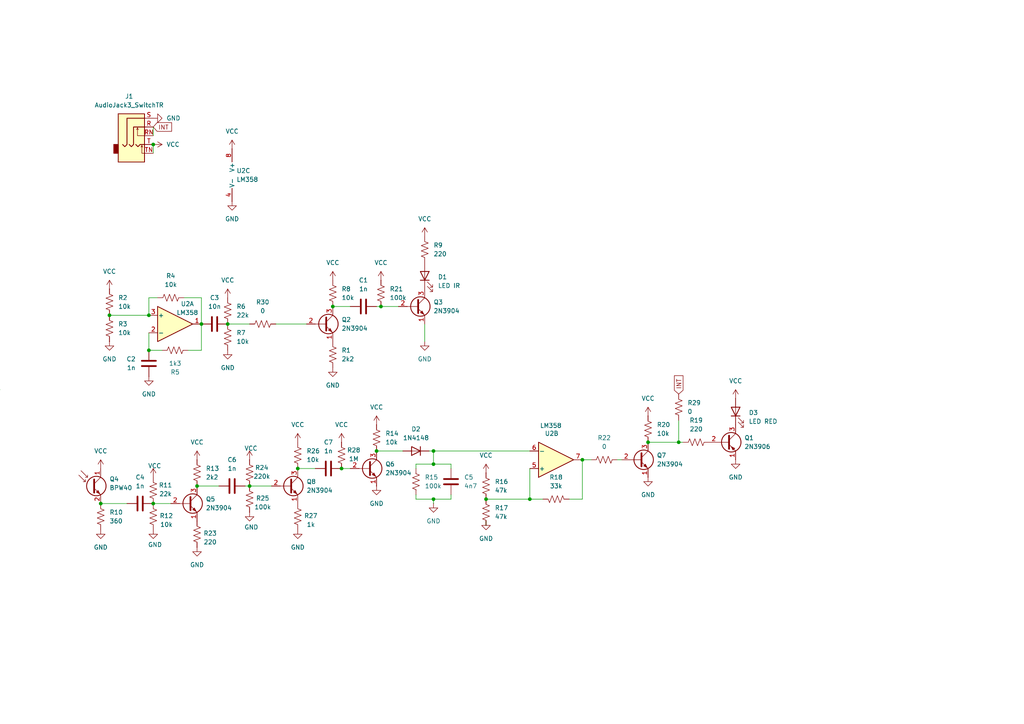
<source format=kicad_sch>
(kicad_sch (version 20250114) (generator "eeschema") (generator_version "9.0")
  (paper "A4")
  (lib_symbols
    (symbol "Amplifier_Operational:LM358" (pin_names (offset 0.127))
      (property "Reference" "U" (at 0 5.08 0))
      (property "Value" "LM358" (at 0 -5.08 0))
      (symbol "LM358_1_1"
        (polyline (pts (xy -5.08 5.08) (xy 5.08 0) (xy -5.08 -5.08) (xy -5.08 5.08)) (stroke (width 0.254)) (fill (type background)))
        (pin input line (at -7.62 2.54 0) (length 2.54) (name "+") (number "3"))
        (pin input line (at -7.62 -2.54 0) (length 2.54) (name "-") (number "2"))
        (pin output line (at 7.62 0 180) (length 2.54) (name "~") (number "1"))
      )
      (symbol "LM358_2_1"
        (polyline (pts (xy -5.08 5.08) (xy 5.08 0) (xy -5.08 -5.08) (xy -5.08 5.08)) (stroke (width 0.254)) (fill (type background)))
        (pin input line (at -7.62 2.54 0) (length 2.54) (name "+") (number "5"))
        (pin input line (at -7.62 -2.54 0) (length 2.54) (name "-") (number "6"))
        (pin output line (at 7.62 0 180) (length 2.54) (name "~") (number "7"))
      )
      (symbol "LM358_3_1"
        (pin power_in line (at -2.54 7.62 270) (length 3.81) (name "V+") (number "8"))
        (pin power_in line (at -2.54 -7.62 90) (length 3.81) (name "V-") (number "4"))
      )
    )
    (symbol "Connector_Audio:AudioJack3_SwitchTR"
      (property "Reference" "J" (at 0 8.89 0))
      (property "Value" "AudioJack3_SwitchTR" (at 0 6.35 0))
      (symbol "AudioJack3_SwitchTR_0_1"
        (rectangle (start -5.08 -5.08) (end -6.35 -7.62) (stroke (width 0.254)) (fill (type outline)))
        (polyline (pts (xy -1.905 -5.08) (xy -1.27 -5.715) (xy -0.635 -5.08) (xy -0.635 0) (xy 2.54 0)) (stroke (width 0.254)))
        (polyline (pts (xy 0 -5.08) (xy 0.635 -5.715) (xy 1.27 -5.08) (xy 2.54 -5.08)) (stroke (width 0.254)))
        (polyline (pts (xy 0.508 -0.254) (xy 0.762 -0.762)))
        (polyline (pts (xy 1.778 -5.334) (xy 2.032 -5.842)))
        (rectangle (start 2.54 3.81) (end -5.08 -10.16) (stroke (width 0.254)) (fill (type background)))
        (polyline (pts (xy 2.54 2.54) (xy -2.54 2.54) (xy -2.54 -5.08) (xy -3.175 -5.715) (xy -3.81 -5.08)) (stroke (width 0.254)))
        (polyline (pts (xy 2.54 -2.54) (xy 0.508 -2.54) (xy 0.508 -0.254) (xy 0.254 -0.762)))
        (polyline (pts (xy 2.54 -7.62) (xy 1.778 -7.62) (xy 1.778 -5.334) (xy 1.524 -5.842)))
      )
      (symbol "AudioJack3_SwitchTR_1_1"
        (pin passive line (at 5.08 2.54 180) (length 2.54) (name "~") (number "S"))
        (pin passive line (at 5.08 0 180) (length 2.54) (name "~") (number "R"))
        (pin passive line (at 5.08 -2.54 180) (length 2.54) (name "~") (number "RN"))
        (pin passive line (at 5.08 -5.08 180) (length 2.54) (name "~") (number "T"))
        (pin passive line (at 5.08 -7.62 180) (length 2.54) (name "~") (number "TN"))
      )
    )
    (symbol "Device:C" (pin_numbers (hide yes)) (pin_names (offset 0.254))
      (property "Reference" "C" (at 0.635 2.54 0))
      (property "Value" "C" (at 0.635 -2.54 0))
      (symbol "C_0_1"
        (polyline (pts (xy -2.032 0.762) (xy 2.032 0.762)) (stroke (width 0.508)))
        (polyline (pts (xy -2.032 -0.762) (xy 2.032 -0.762)) (stroke (width 0.508)))
      )
      (symbol "C_1_1"
        (pin passive line (at 0 3.81 270) (length 2.794) (name "~") (number "1"))
        (pin passive line (at 0 -3.81 90) (length 2.794) (name "~") (number "2"))
      )
    )
    (symbol "Device:LED" (pin_numbers (hide yes)) (pin_names (offset 1.016) (hide yes))
      (property "Reference" "D" (at 0 2.54 0))
      (property "Value" "LED" (at 0 -2.54 0))
      (symbol "LED_0_1"
        (polyline (pts (xy -3.048 -0.762) (xy -4.572 -2.286) (xy -3.81 -2.286) (xy -4.572 -2.286) (xy -4.572 -1.524)))
        (polyline (pts (xy -1.778 -0.762) (xy -3.302 -2.286) (xy -2.54 -2.286) (xy -3.302 -2.286) (xy -3.302 -1.524)))
        (polyline (pts (xy -1.27 0) (xy 1.27 0)))
        (polyline (pts (xy -1.27 -1.27) (xy -1.27 1.27)) (stroke (width 0.254)))
        (polyline (pts (xy 1.27 -1.27) (xy 1.27 1.27) (xy -1.27 0) (xy 1.27 -1.27)) (stroke (width 0.254)))
      )
      (symbol "LED_1_1"
        (pin passive line (at -3.81 0 0) (length 2.54) (name "K") (number "1"))
        (pin passive line (at 3.81 0 180) (length 2.54) (name "A") (number "2"))
      )
    )
    (symbol "Device:R_US" (pin_numbers (hide yes)) (pin_names (offset 0))
      (property "Reference" "R" (at 2.54 0 90))
      (property "Value" "R_US" (at -2.54 0 90))
      (symbol "R_US_0_1"
        (polyline (pts (xy 0 2.286) (xy 0 2.54)))
        (polyline (pts (xy 0 2.286) (xy 1.016 1.905) (xy 0 1.524) (xy -1.016 1.143) (xy 0 0.762)))
        (polyline (pts (xy 0 0.762) (xy 1.016 0.381) (xy 0 0) (xy -1.016 -0.381) (xy 0 -0.762)))
        (polyline (pts (xy 0 -0.762) (xy 1.016 -1.143) (xy 0 -1.524) (xy -1.016 -1.905) (xy 0 -2.286)))
        (polyline (pts (xy 0 -2.286) (xy 0 -2.54)))
      )
      (symbol "R_US_1_1"
        (pin passive line (at 0 3.81 270) (length 1.27) (name "~") (number "1"))
        (pin passive line (at 0 -3.81 90) (length 1.27) (name "~") (number "2"))
      )
    )
    (symbol "Diode:1N4148" (pin_numbers (hide yes)) (pin_names (hide yes))
      (property "Reference" "D" (at 0 2.54 0))
      (property "Value" "1N4148" (at 0 -2.54 0))
      (symbol "1N4148_0_1"
        (polyline (pts (xy -1.27 1.27) (xy -1.27 -1.27)) (stroke (width 0.254)))
        (polyline (pts (xy 1.27 1.27) (xy 1.27 -1.27) (xy -1.27 0) (xy 1.27 1.27)) (stroke (width 0.254)))
        (polyline (pts (xy 1.27 0) (xy -1.27 0)))
      )
      (symbol "1N4148_1_1"
        (pin passive line (at -3.81 0 0) (length 2.54) (name "K") (number "1"))
        (pin passive line (at 3.81 0 180) (length 2.54) (name "A") (number "2"))
      )
    )
    (symbol "Sensor_Optical:BPW40" (pin_names (offset 0) (hide yes))
      (property "Reference" "Q" (at 5.08 1.27 0))
      (property "Value" "BPW40" (at 5.08 -1.27 0))
      (symbol "BPW40_0_1"
        (polyline (pts (xy -3.81 3.175) (xy -1.905 1.27) (xy -1.905 1.905)))
        (polyline (pts (xy -3.175 4.445) (xy -1.27 2.54) (xy -1.27 3.175)))
        (polyline (pts (xy -1.905 1.27) (xy -2.54 1.27)))
        (polyline (pts (xy -1.27 2.54) (xy -1.905 2.54)))
        (polyline (pts (xy 0.635 1.905) (xy 0.635 -1.905)) (stroke (width 0.508)))
        (polyline (pts (xy 0.635 0.635) (xy 2.54 2.54)))
        (polyline (pts (xy 0.635 -0.635) (xy 2.54 -2.54)))
        (circle (center 1.27 0) (radius 2.8194) (stroke (width 0.254)))
        (polyline (pts (xy 1.27 -1.778) (xy 1.778 -1.27) (xy 2.286 -2.286) (xy 1.27 -1.778)) (fill (type outline)))
      )
      (symbol "BPW40_1_1"
        (pin passive line (at 2.54 5.08 270) (length 2.54) (name "C") (number "1"))
        (pin passive line (at 2.54 -5.08 90) (length 2.54) (name "E") (number "2"))
      )
    )
    (symbol "Transistor_BJT:2N3904" (pin_names (offset 0) (hide yes))
      (property "Reference" "Q" (at 5.08 1.905 0))
      (property "Value" "2N3904" (at 5.08 0 0))
      (symbol "2N3904_0_1"
        (polyline (pts (xy -2.54 0) (xy 0.635 0)))
        (polyline (pts (xy 0.635 1.905) (xy 0.635 -1.905)) (stroke (width 0.508)))
        (circle (center 1.27 0) (radius 2.8194) (stroke (width 0.254)))
      )
      (symbol "2N3904_1_1"
        (polyline (pts (xy 0.635 0.635) (xy 2.54 2.54)))
        (polyline (pts (xy 0.635 -0.635) (xy 2.54 -2.54)))
        (polyline (pts (xy 1.27 -1.778) (xy 1.778 -1.27) (xy 2.286 -2.286) (xy 1.27 -1.778)) (fill (type outline)))
        (pin input line (at -5.08 0 0) (length 2.54) (name "B") (number "2"))
        (pin passive line (at 2.54 5.08 270) (length 2.54) (name "C") (number "3"))
        (pin passive line (at 2.54 -5.08 90) (length 2.54) (name "E") (number "1"))
      )
    )
    (symbol "Transistor_BJT:2N3906" (pin_names (offset 0) (hide yes))
      (property "Reference" "Q" (at 5.08 1.905 0))
      (property "Value" "2N3906" (at 5.08 0 0))
      (symbol "2N3906_0_1"
        (polyline (pts (xy -2.54 0) (xy 0.635 0)))
        (polyline (pts (xy 0.635 1.905) (xy 0.635 -1.905)) (stroke (width 0.508)))
        (polyline (pts (xy 0.635 0.635) (xy 2.54 2.54)))
        (polyline (pts (xy 0.635 -0.635) (xy 2.54 -2.54)))
        (circle (center 1.27 0) (radius 2.8194) (stroke (width 0.254)))
        (polyline (pts (xy 2.286 -1.778) (xy 1.778 -2.286) (xy 1.27 -1.27) (xy 2.286 -1.778)) (fill (type outline)))
      )
      (symbol "2N3906_1_1"
        (pin input line (at -5.08 0 0) (length 2.54) (name "B") (number "2"))
        (pin passive line (at 2.54 5.08 270) (length 2.54) (name "C") (number "3"))
        (pin passive line (at 2.54 -5.08 90) (length 2.54) (name "E") (number "1"))
      )
    )
    (symbol "power:GND" (power) (pin_numbers (hide yes)) (pin_names (offset 0) (hide yes))
      (property "Value" "GND" (at 0 -3.81 0))
      (symbol "GND_0_1"
        (polyline (pts (xy 0 0) (xy 0 -1.27) (xy 1.27 -1.27) (xy 0 -2.54) (xy -1.27 -1.27) (xy 0 -1.27)))
      )
      (symbol "GND_1_1"
        (pin power_in line (at 0 0 270) (length 0) (name "~") (number "1"))
      )
    )
    (symbol "power:VCC" (power) (pin_numbers (hide yes)) (pin_names (offset 0) (hide yes))
      (property "Value" "VCC" (at 0 3.556 0))
      (symbol "VCC_0_1"
        (polyline (pts (xy -0.762 1.27) (xy 0 2.54)))
        (polyline (pts (xy 0 2.54) (xy 0.762 1.27)))
        (polyline (pts (xy 0 0) (xy 0 2.54)))
      )
      (symbol "VCC_1_1"
        (pin power_in line (at 0 0 90) (length 0) (name "~") (number "1"))
      )
    )
  )
  (junction (at 44.45 41.91))
  (junction (at 109.22 130.81))
  (junction (at 31.75 91.44))
  (junction (at 196.85 128.27))
  (junction (at 29.21 146.05))
  (junction (at 43.18 101.6))
  (junction (at 43.18 91.44))
  (junction (at 110.49 88.9))
  (junction (at 58.42 93.98))
  (junction (at 187.96 128.27))
  (junction (at 99.06 135.89))
  (junction (at 125.73 134.62))
  (junction (at 72.39 140.97))
  (junction (at 57.15 140.97))
  (junction (at 125.73 130.81))
  (junction (at 153.67 144.78))
  (junction (at 168.91 133.35))
  (junction (at 125.73 144.78))
  (junction (at 86.36 135.89))
  (junction (at 96.52 88.9))
  (junction (at 44.45 146.05))
  (junction (at 140.97 144.78))
  (junction (at 66.04 93.98))
  (bus_entry (at -2.54 110.49) (size 2.54 2.54))
  (wire (pts (xy 43.18 96.52) (xy 43.18 101.6)))
  (wire (pts (xy 187.96 128.27) (xy 196.85 128.27)))
  (wire (pts (xy 44.45 36.83) (xy 44.45 39.37)))
  (wire (pts (xy 196.85 121.92) (xy 196.85 128.27)))
  (wire (pts (xy 120.65 144.78) (xy 125.73 144.78)))
  (wire (pts (xy 80.01 93.98) (xy 88.9 93.98)))
  (wire (pts (xy 36.83 146.05) (xy 29.21 146.05)))
  (wire (pts (xy 153.67 135.89) (xy 153.67 144.78)))
  (wire (pts (xy 99.06 135.89) (xy 101.6 135.89)))
  (wire (pts (xy 110.49 88.9) (xy 115.57 88.9)))
  (wire (pts (xy 91.44 135.89) (xy 86.36 135.89)))
  (wire (pts (xy 120.65 134.62) (xy 125.73 134.62)))
  (wire (pts (xy 168.91 133.35) (xy 168.91 144.78)))
  (wire (pts (xy 120.65 135.89) (xy 120.65 134.62)))
  (wire (pts (xy 153.67 144.78) (xy 157.48 144.78)))
  (wire (pts (xy 71.12 140.97) (xy 72.39 140.97)))
  (wire (pts (xy 66.04 93.98) (xy 72.39 93.98)))
  (wire (pts (xy 45.72 86.36) (xy 43.18 86.36)))
  (wire (pts (xy 120.65 143.51) (xy 120.65 144.78)))
  (wire (pts (xy 44.45 41.91) (xy 44.45 44.45)))
  (wire (pts (xy 57.15 140.97) (xy 63.5 140.97)))
  (wire (pts (xy 180.34 133.35) (xy 179.07 133.35)))
  (wire (pts (xy 58.42 86.36) (xy 58.42 93.98)))
  (wire (pts (xy 125.73 144.78) (xy 130.81 144.78)))
  (wire (pts (xy 72.39 140.97) (xy 78.74 140.97)))
  (wire (pts (xy 58.42 101.6) (xy 58.42 93.98)))
  (wire (pts (xy 130.81 135.89) (xy 130.81 134.62)))
  (wire (pts (xy 130.81 144.78) (xy 130.81 143.51)))
  (wire (pts (xy 109.22 88.9) (xy 110.49 88.9)))
  (wire (pts (xy 31.75 91.44) (xy 43.18 91.44)))
  (wire (pts (xy 43.18 86.36) (xy 43.18 91.44)))
  (wire (pts (xy 54.61 101.6) (xy 58.42 101.6)))
  (wire (pts (xy 140.97 152.4) (xy 140.97 151.13)))
  (wire (pts (xy 96.52 88.9) (xy 101.6 88.9)))
  (wire (pts (xy 43.18 101.6) (xy 46.99 101.6)))
  (wire (pts (xy 130.81 134.62) (xy 125.73 134.62)))
  (wire (pts (xy 123.19 99.06) (xy 123.19 93.98)))
  (wire (pts (xy 44.45 146.05) (xy 49.53 146.05)))
  (wire (pts (xy 125.73 146.05) (xy 125.73 144.78)))
  (wire (pts (xy 125.73 134.62) (xy 125.73 130.81)))
  (wire (pts (xy 124.46 130.81) (xy 125.73 130.81)))
  (wire (pts (xy 116.84 130.81) (xy 109.22 130.81)))
  (wire (pts (xy 53.34 86.36) (xy 58.42 86.36)))
  (wire (pts (xy 171.45 133.35) (xy 168.91 133.35)))
  (wire (pts (xy 153.67 130.81) (xy 125.73 130.81)))
  (wire (pts (xy 168.91 144.78) (xy 165.1 144.78)))
  (wire (pts (xy 140.97 144.78) (xy 153.67 144.78)))
  (wire (pts (xy 196.85 128.27) (xy 198.12 128.27)))
  (global_label "INT" (shape input) (at 196.85 114.3 90) (property "Intersheetrefs" "${INTERSHEET_REFS}" (effects (hide yes))))
  (global_label "INT" (shape input) (at 44.45 36.83 0) (property "Intersheetrefs" "${INTERSHEET_REFS}" (effects (hide yes))))
  (symbol (lib_id "power:GND") (at 44.45 34.29 90) (unit 1)
    (property "Reference" "#PWR01" (effects (hide yes)))
    (property "Value" "GND" (at 48.26 34.2899 90) (effects (justify right)))
    (property "Description" "Power symbol creates a global label with name \"GND\" , ground" (effects (hide yes)))
  )
  (symbol (lib_id "power:VCC") (at 67.31 43.18 0) (unit 1)
    (property "Reference" "#PWR05" (effects (hide yes)))
    (property "Value" "VCC" (at 67.31 38.1 0))
    (property "Description" "Power symbol creates a global label with name \"VCC\"" (effects (hide yes)))
  )
  (symbol (lib_id "Device:R_US") (at 72.39 144.78 180) (unit 1)
    (property "Reference" "R25" (at 76.2 144.526 0))
    (property "Value" "100k" (at 76.2 147.066 0))
    (property "Footprint" "Resistor_THT:R_Axial_DIN0207_L6.3mm_D2.5mm_P2.54mm_Vertical" (effects (hide yes)))
    (property "Description" "Resistor, US symbol" (effects (hide yes)))
  )
  (symbol (lib_id "Device:C") (at 43.18 105.41 0) (unit 1)
    (property "Reference" "C2" (at 39.37 104.1399 0) (effects (justify right)))
    (property "Value" "1n" (at 39.37 106.6799 0) (effects (justify right)))
    (property "Footprint" "Capacitor_THT:C_Rect_L7.2mm_W2.5mm_P5.00mm_FKS2_FKP2_MKS2_MKP2" (effects (hide yes)))
    (property "Description" "Unpolarized capacitor" (effects (hide yes)))
  )
  (symbol (lib_id "Transistor_BJT:2N3904") (at 106.68 135.89 0) (unit 1)
    (property "Reference" "Q6" (at 111.76 134.6199 0) (effects (justify left)))
    (property "Value" "2N3904" (at 111.76 137.1599 0) (effects (justify left)))
    (property "Footprint" "Package_TO_SOT_THT:TO-92_Inline_Wide" (effects (hide yes)))
    (property "Datasheet" "https://www.onsemi.com/pub/Collateral/2N3903-D.PDF" (effects (hide yes)))
    (property "Description" "0.2A Ic, 40V Vce, Small Signal NPN Transistor, TO-92" (effects (hide yes)))
  )
  (symbol (lib_id "Device:C") (at 95.25 135.89 90) (unit 1)
    (property "Reference" "C7" (at 95.25 128.27 90))
    (property "Value" "1n" (at 95.25 130.81 90))
    (property "Footprint" "Capacitor_THT:C_Rect_L7.2mm_W2.5mm_P5.00mm_FKS2_FKP2_MKS2_MKP2" (effects (hide yes)))
    (property "Description" "Unpolarized capacitor" (effects (hide yes)))
  )
  (symbol (lib_id "Device:R_US") (at 140.97 148.59 0) (unit 1)
    (property "Reference" "R17" (at 143.51 147.3199 0) (effects (justify left)))
    (property "Value" "47k" (at 143.51 149.8599 0) (effects (justify left)))
    (property "Footprint" "Resistor_THT:R_Axial_DIN0207_L6.3mm_D2.5mm_P5.08mm_Vertical" (effects (hide yes)))
    (property "Description" "Resistor, US symbol" (effects (hide yes)))
  )
  (symbol (lib_id "power:VCC") (at 29.21 135.89 0) (unit 1)
    (property "Reference" "#PWR016" (effects (hide yes)))
    (property "Value" "VCC" (at 29.21 130.81 0))
    (property "Description" "Power symbol creates a global label with name \"VCC\"" (effects (hide yes)))
  )
  (symbol (lib_id "Device:R_US") (at 187.96 124.46 0) (unit 1)
    (property "Reference" "R20" (at 190.5 123.1899 0) (effects (justify left)))
    (property "Value" "10k" (at 190.5 125.7299 0) (effects (justify left)))
    (property "Footprint" "Resistor_THT:R_Axial_DIN0207_L6.3mm_D2.5mm_P10.16mm_Horizontal" (effects (hide yes)))
    (property "Description" "Resistor, US symbol" (effects (hide yes)))
  )
  (symbol (lib_id "power:GND") (at 29.21 153.67 0) (unit 1)
    (property "Reference" "#PWR017" (effects (hide yes)))
    (property "Value" "GND" (at 29.21 158.75 0))
    (property "Description" "Power symbol creates a global label with name \"GND\" , ground" (effects (hide yes)))
  )
  (symbol (lib_id "Device:R_US") (at 109.22 127 0) (unit 1)
    (property "Reference" "R14" (at 111.76 125.7299 0) (effects (justify left)))
    (property "Value" "10k" (at 111.76 128.2699 0) (effects (justify left)))
    (property "Footprint" "Resistor_THT:R_Axial_DIN0207_L6.3mm_D2.5mm_P2.54mm_Vertical" (effects (hide yes)))
    (property "Description" "Resistor, US symbol" (effects (hide yes)))
  )
  (symbol (lib_id "Device:R_US") (at 123.19 72.39 0) (unit 1)
    (property "Reference" "R9" (at 125.73 71.1199 0) (effects (justify left)))
    (property "Value" "220" (at 125.73 73.6599 0) (effects (justify left)))
    (property "Footprint" "Resistor_THT:R_Axial_DIN0207_L6.3mm_D2.5mm_P10.16mm_Horizontal" (effects (hide yes)))
    (property "Description" "Resistor, US symbol" (effects (hide yes)))
  )
  (symbol (lib_id "Device:LED") (at 123.19 80.01 90) (unit 1)
    (property "Reference" "D1" (at 127 80.3274 90) (effects (justify right)))
    (property "Value" "LED IR" (at 127 82.8674 90) (effects (justify right)))
    (property "Footprint" "LED_THT:LED_D5.0mm_Horizontal_O3.81mm_Z3.0mm" (effects (hide yes)))
    (property "Description" "Light emitting diode" (effects (hide yes)))
    (property "Sim.Pins" "1=K 2=A" (effects (hide yes)))
  )
  (symbol (lib_id "Device:R_US") (at 57.15 137.16 0) (unit 1)
    (property "Reference" "R13" (at 59.69 135.8899 0) (effects (justify left)))
    (property "Value" "2k2" (at 59.69 138.4299 0) (effects (justify left)))
    (property "Footprint" "Resistor_THT:R_Axial_DIN0207_L6.3mm_D2.5mm_P2.54mm_Vertical" (effects (hide yes)))
    (property "Description" "Resistor, US symbol" (effects (hide yes)))
  )
  (symbol (lib_id "Device:C") (at 62.23 93.98 90) (unit 1)
    (property "Reference" "C3" (at 62.23 86.36 90))
    (property "Value" "10n" (at 62.23 88.9 90))
    (property "Footprint" "Capacitor_THT:C_Rect_L7.2mm_W2.5mm_P5.00mm_FKS2_FKP2_MKS2_MKP2" (effects (hide yes)))
    (property "Description" "Unpolarized capacitor" (effects (hide yes)))
  )
  (symbol (lib_id "Transistor_BJT:2N3904") (at 93.98 93.98 0) (unit 1)
    (property "Reference" "Q2" (at 99.06 92.7099 0) (effects (justify left)))
    (property "Value" "2N3904" (at 99.06 95.2499 0) (effects (justify left)))
    (property "Footprint" "Package_TO_SOT_THT:TO-92_Inline_Wide" (effects (hide yes)))
    (property "Datasheet" "https://www.onsemi.com/pub/Collateral/2N3903-D.PDF" (effects (hide yes)))
    (property "Description" "0.2A Ic, 40V Vce, Small Signal NPN Transistor, TO-92" (effects (hide yes)))
  )
  (symbol (lib_id "Device:R_US") (at 140.97 140.97 180) (unit 1)
    (property "Reference" "R16" (at 143.51 139.6999 0) (effects (justify right)))
    (property "Value" "47k" (at 143.51 142.2399 0) (effects (justify right)))
    (property "Footprint" "Resistor_THT:R_Axial_DIN0207_L6.3mm_D2.5mm_P5.08mm_Vertical" (effects (hide yes)))
    (property "Description" "Resistor, US symbol" (effects (hide yes)))
  )
  (symbol (lib_id "power:GND") (at 31.75 99.06 0) (unit 1)
    (property "Reference" "#PWR08" (effects (hide yes)))
    (property "Value" "GND" (at 31.75 104.14 0))
    (property "Description" "Power symbol creates a global label with name \"GND\" , ground" (effects (hide yes)))
  )
  (symbol (lib_id "power:VCC") (at 140.97 137.16 0) (unit 1)
    (property "Reference" "#PWR025" (effects (hide yes)))
    (property "Value" "VCC" (at 140.97 132.08 0))
    (property "Description" "Power symbol creates a global label with name \"VCC\"" (effects (hide yes)))
  )
  (symbol (lib_id "Device:R_US") (at 66.04 90.17 0) (unit 1)
    (property "Reference" "R6" (at 68.58 88.8999 0) (effects (justify left)))
    (property "Value" "22k" (at 68.58 91.4399 0) (effects (justify left)))
    (property "Footprint" "Resistor_THT:R_Axial_DIN0207_L6.3mm_D2.5mm_P10.16mm_Horizontal" (effects (hide yes)))
    (property "Description" "Resistor, US symbol" (effects (hide yes)))
  )
  (symbol (lib_id "power:GND") (at 44.45 153.67 0) (unit 1)
    (property "Reference" "#PWR019" (effects (hide yes)))
    (property "Value" "GND" (at 44.958 157.988 0))
    (property "Description" "Power symbol creates a global label with name \"GND\" , ground" (effects (hide yes)))
  )
  (symbol (lib_id "power:GND") (at 125.73 146.05 0) (unit 1)
    (property "Reference" "#PWR024" (effects (hide yes)))
    (property "Value" "GND" (at 125.73 151.13 0))
    (property "Description" "Power symbol creates a global label with name \"GND\" , ground" (effects (hide yes)))
  )
  (symbol (lib_id "Device:R_US") (at 201.93 128.27 90) (unit 1)
    (property "Reference" "R19" (at 201.93 121.92 90))
    (property "Value" "220" (at 201.93 124.46 90))
    (property "Footprint" "Resistor_THT:R_Axial_DIN0207_L6.3mm_D2.5mm_P7.62mm_Horizontal" (effects (hide yes)))
    (property "Description" "Resistor, US symbol" (effects (hide yes)))
  )
  (symbol (lib_id "power:GND") (at 43.18 109.22 0) (unit 1)
    (property "Reference" "#PWR09" (effects (hide yes)))
    (property "Value" "GND" (at 43.18 114.3 0))
    (property "Description" "Power symbol creates a global label with name \"GND\" , ground" (effects (hide yes)))
  )
  (symbol (lib_id "power:VCC") (at 123.19 68.58 0) (unit 1)
    (property "Reference" "#PWR015" (effects (hide yes)))
    (property "Value" "VCC" (at 123.19 63.5 0))
    (property "Description" "Power symbol creates a global label with name \"VCC\"" (effects (hide yes)))
  )
  (symbol (lib_id "Amplifier_Operational:LM358") (at 161.29 133.35 0) (mirror x) (unit 2)
    (property "Reference" "U2" (at 160.02 125.73 0))
    (property "Value" "LM358" (at 159.766 123.444 0))
    (property "Footprint" "Package_DIP:DIP-8_W7.62mm_Socket_LongPads" (effects (hide yes)))
    (property "Datasheet" "http://www.ti.com/lit/ds/symlink/lm2904-n.pdf" (effects (hide yes)))
    (property "Description" "Low-Power, Dual Operational Amplifiers, DIP-8/SOIC-8/TO-99-8" (effects (hide yes)))
  )
  (symbol (lib_id "power:VCC") (at 44.45 41.91 270) (unit 1)
    (property "Reference" "#PWR02" (effects (hide yes)))
    (property "Value" "VCC" (at 48.26 41.9099 90) (effects (justify left)))
    (property "Description" "Power symbol creates a global label with name \"VCC\"" (effects (hide yes)))
  )
  (symbol (lib_id "Device:R_US") (at 31.75 87.63 0) (unit 1)
    (property "Reference" "R2" (at 34.29 86.3599 0) (effects (justify left)))
    (property "Value" "10k" (at 34.29 88.8999 0) (effects (justify left)))
    (property "Footprint" "Resistor_THT:R_Axial_DIN0207_L6.3mm_D2.5mm_P10.16mm_Horizontal" (effects (hide yes)))
    (property "Description" "Resistor, US symbol" (effects (hide yes)))
  )
  (symbol (lib_id "power:GND") (at 67.31 58.42 0) (unit 1)
    (property "Reference" "#PWR06" (effects (hide yes)))
    (property "Value" "GND" (at 67.31 63.5 0))
    (property "Description" "Power symbol creates a global label with name \"GND\" , ground" (effects (hide yes)))
  )
  (symbol (lib_id "Device:R_US") (at 57.15 154.94 180) (unit 1)
    (property "Reference" "R23" (at 60.96 154.686 0))
    (property "Value" "220" (at 60.96 157.226 0))
    (property "Footprint" "Resistor_THT:R_Axial_DIN0207_L6.3mm_D2.5mm_P2.54mm_Vertical" (effects (hide yes)))
    (property "Description" "Resistor, US symbol" (effects (hide yes)))
  )
  (symbol (lib_id "Device:R_US") (at 161.29 144.78 90) (mirror x) (unit 1)
    (property "Reference" "R18" (at 161.29 138.43 90))
    (property "Value" "33k" (at 161.29 140.97 90))
    (property "Footprint" "Resistor_THT:R_Axial_DIN0207_L6.3mm_D2.5mm_P5.08mm_Vertical" (effects (hide yes)))
    (property "Description" "Resistor, US symbol" (effects (hide yes)))
  )
  (symbol (lib_id "Device:R_US") (at 110.49 85.09 0) (unit 1)
    (property "Reference" "R21" (at 113.03 83.8199 0) (effects (justify left)))
    (property "Value" "100k" (at 113.03 86.3599 0) (effects (justify left)))
    (property "Footprint" "Resistor_THT:R_Axial_DIN0207_L6.3mm_D2.5mm_P5.08mm_Vertical" (effects (hide yes)))
    (property "Description" "Resistor, US symbol" (effects (hide yes)))
  )
  (symbol (lib_id "power:GND") (at 213.36 133.35 0) (unit 1)
    (property "Reference" "#PWR028" (effects (hide yes)))
    (property "Value" "GND" (at 213.36 138.43 0))
    (property "Description" "Power symbol creates a global label with name \"GND\" , ground" (effects (hide yes)))
  )
  (symbol (lib_id "Transistor_BJT:2N3904") (at 185.42 133.35 0) (unit 1)
    (property "Reference" "Q7" (at 190.5 132.0799 0) (effects (justify left)))
    (property "Value" "2N3904" (at 190.5 134.6199 0) (effects (justify left)))
    (property "Footprint" "Package_TO_SOT_THT:TO-92_Inline_Wide" (effects (hide yes)))
    (property "Datasheet" "https://www.onsemi.com/pub/Collateral/2N3903-D.PDF" (effects (hide yes)))
    (property "Description" "0.2A Ic, 40V Vce, Small Signal NPN Transistor, TO-92" (effects (hide yes)))
  )
  (symbol (lib_id "power:VCC") (at 187.96 120.65 0) (unit 1)
    (property "Reference" "#PWR027" (effects (hide yes)))
    (property "Value" "VCC" (at 187.96 115.57 0))
    (property "Description" "Power symbol creates a global label with name \"VCC\"" (effects (hide yes)))
  )
  (symbol (lib_id "power:GND") (at 72.39 148.59 0) (unit 1)
    (property "Reference" "#PWR032" (effects (hide yes)))
    (property "Value" "GND" (at 72.898 152.908 0))
    (property "Description" "Power symbol creates a global label with name \"GND\" , ground" (effects (hide yes)))
  )
  (symbol (lib_id "power:VCC") (at 110.49 81.28 0) (unit 1)
    (property "Reference" "#PWR030" (effects (hide yes)))
    (property "Value" "VCC" (at 110.49 76.2 0))
    (property "Description" "Power symbol creates a global label with name \"VCC\"" (effects (hide yes)))
  )
  (symbol (lib_id "power:VCC") (at 44.45 138.43 0) (unit 1)
    (property "Reference" "#PWR018" (effects (hide yes)))
    (property "Value" "VCC" (at 42.926 135.128 0) (effects (justify left)))
    (property "Description" "Power symbol creates a global label with name \"VCC\"" (effects (hide yes)))
  )
  (symbol (lib_id "power:VCC") (at 72.39 133.35 0) (unit 1)
    (property "Reference" "#PWR031" (effects (hide yes)))
    (property "Value" "VCC" (at 70.866 130.048 0) (effects (justify left)))
    (property "Description" "Power symbol creates a global label with name \"VCC\"" (effects (hide yes)))
  )
  (symbol (lib_id "Device:R_US") (at 86.36 132.08 0) (unit 1)
    (property "Reference" "R26" (at 88.9 130.8099 0) (effects (justify left)))
    (property "Value" "10k" (at 88.9 133.3499 0) (effects (justify left)))
    (property "Footprint" "Resistor_THT:R_Axial_DIN0207_L6.3mm_D2.5mm_P2.54mm_Vertical" (effects (hide yes)))
    (property "Description" "Resistor, US symbol" (effects (hide yes)))
  )
  (symbol (lib_id "power:VCC") (at 57.15 133.35 0) (unit 1)
    (property "Reference" "#PWR020" (effects (hide yes)))
    (property "Value" "VCC" (at 57.15 128.27 0))
    (property "Description" "Power symbol creates a global label with name \"VCC\"" (effects (hide yes)))
  )
  (symbol (lib_id "Device:R_US") (at 99.06 132.08 0) (unit 1)
    (property "Reference" "R28" (at 102.616 130.556 0))
    (property "Value" "1M" (at 102.616 133.096 0))
    (property "Footprint" "Resistor_THT:R_Axial_DIN0207_L6.3mm_D2.5mm_P2.54mm_Vertical" (effects (hide yes)))
    (property "Description" "Resistor, US symbol" (effects (hide yes)))
  )
  (symbol (lib_id "Device:R_US") (at 196.85 118.11 0) (unit 1)
    (property "Reference" "R29" (at 199.39 116.8399 0) (effects (justify left)))
    (property "Value" "0" (at 199.39 119.3799 0) (effects (justify left)))
    (property "Footprint" "Resistor_THT:R_Axial_DIN0207_L6.3mm_D2.5mm_P10.16mm_Horizontal" (effects (hide yes)))
    (property "Description" "Resistor, US symbol" (effects (hide yes)))
  )
  (symbol (lib_id "Transistor_BJT:2N3904") (at 83.82 140.97 0) (unit 1)
    (property "Reference" "Q8" (at 88.9 139.6999 0) (effects (justify left)))
    (property "Value" "2N3904" (at 88.9 142.2399 0) (effects (justify left)))
    (property "Footprint" "Package_TO_SOT_THT:TO-92_Inline_Wide" (effects (hide yes)))
    (property "Datasheet" "https://www.onsemi.com/pub/Collateral/2N3903-D.PDF" (effects (hide yes)))
    (property "Description" "0.2A Ic, 40V Vce, Small Signal NPN Transistor, TO-92" (effects (hide yes)))
  )
  (symbol (lib_id "Device:R_US") (at 31.75 95.25 0) (unit 1)
    (property "Reference" "R3" (at 34.29 93.9799 0) (effects (justify left)))
    (property "Value" "10k" (at 34.29 96.5199 0) (effects (justify left)))
    (property "Footprint" "Resistor_THT:R_Axial_DIN0207_L6.3mm_D2.5mm_P10.16mm_Horizontal" (effects (hide yes)))
    (property "Description" "Resistor, US symbol" (effects (hide yes)))
  )
  (symbol (lib_id "Transistor_BJT:2N3904") (at 54.61 146.05 0) (unit 1)
    (property "Reference" "Q5" (at 59.69 144.7799 0) (effects (justify left)))
    (property "Value" "2N3904" (at 59.69 147.3199 0) (effects (justify left)))
    (property "Footprint" "Package_TO_SOT_THT:TO-92_Inline_Wide" (effects (hide yes)))
    (property "Datasheet" "https://www.onsemi.com/pub/Collateral/2N3903-D.PDF" (effects (hide yes)))
    (property "Description" "0.2A Ic, 40V Vce, Small Signal NPN Transistor, TO-92" (effects (hide yes)))
  )
  (symbol (lib_id "power:VCC") (at 96.52 81.28 0) (unit 1)
    (property "Reference" "#PWR014" (effects (hide yes)))
    (property "Value" "VCC" (at 96.52 76.2 0))
    (property "Description" "Power symbol creates a global label with name \"VCC\"" (effects (hide yes)))
  )
  (symbol (lib_id "Amplifier_Operational:LM358") (at 50.8 93.98 0) (unit 1)
    (property "Reference" "U2" (at 54.356 88.138 0))
    (property "Value" "LM358" (at 54.356 90.678 0))
    (property "Footprint" "Package_DIP:DIP-8_W7.62mm_Socket_LongPads" (effects (hide yes)))
    (property "Datasheet" "http://www.ti.com/lit/ds/symlink/lm2904-n.pdf" (effects (hide yes)))
    (property "Description" "Low-Power, Dual Operational Amplifiers, DIP-8/SOIC-8/TO-99-8" (effects (hide yes)))
  )
  (symbol (lib_id "Device:C") (at 40.64 146.05 90) (unit 1)
    (property "Reference" "C4" (at 40.64 138.43 90))
    (property "Value" "1n" (at 40.64 140.97 90))
    (property "Footprint" "Capacitor_THT:C_Rect_L7.2mm_W2.5mm_P5.00mm_FKS2_FKP2_MKS2_MKP2" (effects (hide yes)))
    (property "Description" "Unpolarized capacitor" (effects (hide yes)))
  )
  (symbol (lib_id "Transistor_BJT:2N3904") (at 120.65 88.9 0) (unit 1)
    (property "Reference" "Q3" (at 125.73 87.6299 0) (effects (justify left)))
    (property "Value" "2N3904" (at 125.73 90.1699 0) (effects (justify left)))
    (property "Footprint" "Package_TO_SOT_THT:TO-92_Inline_Wide" (effects (hide yes)))
    (property "Datasheet" "https://www.onsemi.com/pub/Collateral/2N3903-D.PDF" (effects (hide yes)))
    (property "Description" "0.2A Ic, 40V Vce, Small Signal NPN Transistor, TO-92" (effects (hide yes)))
  )
  (symbol (lib_id "Transistor_BJT:2N3906") (at 210.82 128.27 0) (unit 1)
    (property "Reference" "Q1" (at 215.9 126.9999 0) (effects (justify left)))
    (property "Value" "2N3906" (at 215.9 129.5399 0) (effects (justify left)))
    (property "Footprint" "Package_TO_SOT_THT:TO-92_Inline_Wide" (effects (hide yes)))
    (property "Datasheet" "https://www.onsemi.com/pub/Collateral/2N3906-D.PDF" (effects (hide yes)))
    (property "Description" "-0.2A Ic, -40V Vce, Small Signal PNP Transistor, TO-92" (effects (hide yes)))
  )
  (symbol (lib_id "Diode:1N4148") (at 120.65 130.81 180) (unit 1)
    (property "Reference" "D2" (at 120.65 124.46 0))
    (property "Value" "1N4148" (at 120.65 127 0))
    (property "Footprint" "Diode_THT:D_DO-35_SOD27_P2.54mm_Vertical_AnodeUp" (effects (hide yes)))
    (property "Datasheet" "https://assets.nexperia.com/documents/data-sheet/1N4148_1N4448.pdf" (effects (hide yes)))
    (property "Description" "100V 0.15A standard switching diode, DO-35" (effects (hide yes)))
    (property "Sim.Device" "D" (effects (hide yes)))
    (property "Sim.Pins" "1=K 2=A" (effects (hide yes)))
  )
  (symbol (lib_id "power:GND") (at 140.97 151.13 0) (unit 1)
    (property "Reference" "#PWR026" (effects (hide yes)))
    (property "Value" "GND" (at 140.97 156.21 0))
    (property "Description" "Power symbol creates a global label with name \"GND\" , ground" (effects (hide yes)))
  )
  (symbol (lib_id "Device:R_US") (at 44.45 142.24 0) (unit 1)
    (property "Reference" "R11" (at 48.006 140.716 0))
    (property "Value" "22k" (at 48.006 143.256 0))
    (property "Footprint" "Resistor_THT:R_Axial_DIN0207_L6.3mm_D2.5mm_P2.54mm_Vertical" (effects (hide yes)))
    (property "Description" "Resistor, US symbol" (effects (hide yes)))
  )
  (symbol (lib_id "Device:C") (at 130.81 139.7 180) (unit 1)
    (property "Reference" "C5" (at 134.62 138.4299 0) (effects (justify right)))
    (property "Value" "4n7" (at 134.62 140.9699 0) (effects (justify right)))
    (property "Footprint" "Capacitor_THT:C_Rect_L7.2mm_W2.5mm_P5.00mm_FKS2_FKP2_MKS2_MKP2" (effects (hide yes)))
    (property "Description" "Unpolarized capacitor" (effects (hide yes)))
  )
  (symbol (lib_id "power:GND") (at 187.96 138.43 0) (unit 1)
    (property "Reference" "#PWR03" (effects (hide yes)))
    (property "Value" "GND" (at 187.96 143.51 0))
    (property "Description" "Power symbol creates a global label with name \"GND\" , ground" (effects (hide yes)))
  )
  (symbol (lib_id "power:GND") (at 123.19 99.06 0) (unit 1)
    (property "Reference" "#PWR013" (effects (hide yes)))
    (property "Value" "GND" (at 123.19 104.14 0))
    (property "Description" "Power symbol creates a global label with name \"GND\" , ground" (effects (hide yes)))
  )
  (symbol (lib_id "Device:R_US") (at 29.21 149.86 0) (unit 1)
    (property "Reference" "R10" (at 31.75 148.5899 0) (effects (justify left)))
    (property "Value" "360" (at 31.75 151.1299 0) (effects (justify left)))
    (property "Footprint" "Resistor_THT:R_Axial_DIN0207_L6.3mm_D2.5mm_P5.08mm_Vertical" (effects (hide yes)))
    (property "Description" "Resistor, US symbol" (effects (hide yes)))
  )
  (symbol (lib_id "Device:R_US") (at 86.36 149.86 180) (unit 1)
    (property "Reference" "R27" (at 90.17 149.606 0))
    (property "Value" "1k" (at 90.17 152.146 0))
    (property "Footprint" "Resistor_THT:R_Axial_DIN0207_L6.3mm_D2.5mm_P2.54mm_Vertical" (effects (hide yes)))
    (property "Description" "Resistor, US symbol" (effects (hide yes)))
  )
  (symbol (lib_id "Device:R_US") (at 96.52 102.87 0) (unit 1)
    (property "Reference" "R1" (at 99.06 101.5999 0) (effects (justify left)))
    (property "Value" "2k2" (at 99.06 104.1399 0) (effects (justify left)))
    (property "Footprint" "Resistor_THT:R_Axial_DIN0207_L6.3mm_D2.5mm_P7.62mm_Horizontal" (effects (hide yes)))
    (property "Description" "Resistor, US symbol" (effects (hide yes)))
  )
  (symbol (lib_id "Device:R_US") (at 49.53 86.36 90) (unit 1)
    (property "Reference" "R4" (at 49.53 80.01 90))
    (property "Value" "10k" (at 49.53 82.55 90))
    (property "Footprint" "Resistor_THT:R_Axial_DIN0207_L6.3mm_D2.5mm_P5.08mm_Vertical" (effects (hide yes)))
    (property "Description" "Resistor, US symbol" (effects (hide yes)))
  )
  (symbol (lib_id "Device:R_US") (at 50.8 101.6 90) (unit 1)
    (property "Reference" "R5" (at 50.8 107.95 90))
    (property "Value" "1k3" (at 50.8 105.41 90))
    (property "Footprint" "Resistor_THT:R_Axial_DIN0207_L6.3mm_D2.5mm_P2.54mm_Vertical" (effects (hide yes)))
    (property "Description" "Resistor, US symbol" (effects (hide yes)))
  )
  (symbol (lib_id "power:VCC") (at 109.22 123.19 0) (unit 1)
    (property "Reference" "#PWR023" (effects (hide yes)))
    (property "Value" "VCC" (at 109.22 118.11 0))
    (property "Description" "Power symbol creates a global label with name \"VCC\"" (effects (hide yes)))
  )
  (symbol (lib_id "Connector_Audio:AudioJack3_SwitchTR") (at 39.37 36.83 0) (unit 1)
    (property "Reference" "J1" (at 37.465 27.94 0))
    (property "Value" "AudioJack3_SwitchTR" (at 37.465 30.48 0))
    (property "Footprint" "Connector_Audio:Jack_3.5mm_CUI_SJ1-3525N_Horizontal" (effects (hide yes)))
    (property "Description" "Audio Jack, 3 Poles (Stereo / TRS), Switched TR Poles (Normalling)" (effects (hide yes)))
  )
  (symbol (lib_id "Device:R_US") (at 96.52 85.09 0) (unit 1)
    (property "Reference" "R8" (at 99.06 83.8199 0) (effects (justify left)))
    (property "Value" "10k" (at 99.06 86.3599 0) (effects (justify left)))
    (property "Footprint" "Resistor_THT:R_Axial_DIN0207_L6.3mm_D2.5mm_P7.62mm_Horizontal" (effects (hide yes)))
    (property "Description" "Resistor, US symbol" (effects (hide yes)))
  )
  (symbol (lib_id "Sensor_Optical:BPW40") (at 26.67 140.97 0) (unit 1)
    (property "Reference" "Q4" (at 31.75 138.9506 0) (effects (justify left)))
    (property "Value" "BPW40" (at 31.75 141.4906 0) (effects (justify left)))
    (property "Footprint" "LED_THT:LED_D3.0mm_Horizontal_O3.81mm_Z2.0mm" (effects (hide yes)))
    (property "Datasheet" "https://www.rcscomponents.kiev.ua/datasheets/bpw40.pdf" (effects (hide yes)))
    (property "Description" "Phototransistor NPN" (effects (hide yes)))
  )
  (symbol (lib_id "power:VCC") (at 213.36 115.57 0) (unit 1)
    (property "Reference" "#PWR029" (effects (hide yes)))
    (property "Value" "VCC" (at 213.36 110.49 0))
    (property "Description" "Power symbol creates a global label with name \"VCC\"" (effects (hide yes)))
  )
  (symbol (lib_id "Device:R_US") (at 66.04 97.79 180) (unit 1)
    (property "Reference" "R7" (at 68.58 96.5199 0) (effects (justify right)))
    (property "Value" "10k" (at 68.58 99.0599 0) (effects (justify right)))
    (property "Footprint" "Resistor_THT:R_Axial_DIN0207_L6.3mm_D2.5mm_P10.16mm_Horizontal" (effects (hide yes)))
    (property "Description" "Resistor, US symbol" (effects (hide yes)))
  )
  (symbol (lib_id "Device:R_US") (at 44.45 149.86 180) (unit 1)
    (property "Reference" "R12" (at 48.26 149.606 0))
    (property "Value" "10k" (at 48.26 152.146 0))
    (property "Footprint" "Resistor_THT:R_Axial_DIN0207_L6.3mm_D2.5mm_P2.54mm_Vertical" (effects (hide yes)))
    (property "Description" "Resistor, US symbol" (effects (hide yes)))
  )
  (symbol (lib_id "Device:C") (at 105.41 88.9 90) (unit 1)
    (property "Reference" "C1" (at 105.41 81.28 90))
    (property "Value" "1n" (at 105.41 83.82 90))
    (property "Footprint" "Capacitor_THT:C_Rect_L7.2mm_W2.5mm_P5.00mm_FKS2_FKP2_MKS2_MKP2" (effects (hide yes)))
    (property "Description" "Unpolarized capacitor" (effects (hide yes)))
  )
  (symbol (lib_id "power:GND") (at 86.36 153.67 0) (unit 1)
    (property "Reference" "#PWR034" (effects (hide yes)))
    (property "Value" "GND" (at 86.36 158.75 0))
    (property "Description" "Power symbol creates a global label with name \"GND\" , ground" (effects (hide yes)))
  )
  (symbol (lib_id "Device:R_US") (at 175.26 133.35 90) (unit 1)
    (property "Reference" "R22" (at 175.26 127 90))
    (property "Value" "0" (at 175.26 129.54 90))
    (property "Footprint" "Resistor_THT:R_Axial_DIN0207_L6.3mm_D2.5mm_P10.16mm_Horizontal" (effects (hide yes)))
    (property "Description" "Resistor, US symbol" (effects (hide yes)))
  )
  (symbol (lib_id "power:VCC") (at 86.36 128.27 0) (unit 1)
    (property "Reference" "#PWR033" (effects (hide yes)))
    (property "Value" "VCC" (at 86.36 123.19 0))
    (property "Description" "Power symbol creates a global label with name \"VCC\"" (effects (hide yes)))
  )
  (symbol (lib_id "Device:LED") (at 213.36 119.38 90) (unit 1)
    (property "Reference" "D3" (at 217.17 119.6974 90) (effects (justify right)))
    (property "Value" "LED RED" (at 217.17 122.2374 90) (effects (justify right)))
    (property "Footprint" "LED_THT:LED_D5.0mm_Clear" (effects (hide yes)))
    (property "Description" "Light emitting diode" (effects (hide yes)))
    (property "Sim.Pins" "1=K 2=A" (effects (hide yes)))
  )
  (symbol (lib_id "Device:C") (at 67.31 140.97 90) (unit 1)
    (property "Reference" "C6" (at 67.31 133.35 90))
    (property "Value" "1n" (at 67.31 135.89 90))
    (property "Footprint" "Capacitor_THT:C_Rect_L7.2mm_W2.5mm_P5.00mm_FKS2_FKP2_MKS2_MKP2" (effects (hide yes)))
    (property "Description" "Unpolarized capacitor" (effects (hide yes)))
  )
  (symbol (lib_id "power:GND") (at 109.22 140.97 0) (unit 1)
    (property "Reference" "#PWR022" (effects (hide yes)))
    (property "Value" "GND" (at 109.22 146.05 0))
    (property "Description" "Power symbol creates a global label with name \"GND\" , ground" (effects (hide yes)))
  )
  (symbol (lib_id "power:GND") (at 96.52 106.68 0) (unit 1)
    (property "Reference" "#PWR012" (effects (hide yes)))
    (property "Value" "GND" (at 96.52 111.76 0))
    (property "Description" "Power symbol creates a global label with name \"GND\" , ground" (effects (hide yes)))
  )
  (symbol (lib_id "Device:R_US") (at 72.39 137.16 0) (unit 1)
    (property "Reference" "R24" (at 75.946 135.636 0))
    (property "Value" "220k" (at 75.946 138.176 0))
    (property "Footprint" "Resistor_THT:R_Axial_DIN0207_L6.3mm_D2.5mm_P2.54mm_Vertical" (effects (hide yes)))
    (property "Description" "Resistor, US symbol" (effects (hide yes)))
  )
  (symbol (lib_id "power:GND") (at 57.15 158.75 0) (unit 1)
    (property "Reference" "#PWR021" (effects (hide yes)))
    (property "Value" "GND" (at 57.15 163.83 0))
    (property "Description" "Power symbol creates a global label with name \"GND\" , ground" (effects (hide yes)))
  )
  (symbol (lib_id "Device:R_US") (at 120.65 139.7 0) (unit 1)
    (property "Reference" "R15" (at 123.19 138.4299 0) (effects (justify left)))
    (property "Value" "100k" (at 123.19 140.9699 0) (effects (justify left)))
    (property "Footprint" "Resistor_THT:R_Axial_DIN0207_L6.3mm_D2.5mm_P5.08mm_Vertical" (effects (hide yes)))
    (property "Description" "Resistor, US symbol" (effects (hide yes)))
  )
  (symbol (lib_id "power:VCC") (at 31.75 83.82 0) (unit 1)
    (property "Reference" "#PWR07" (effects (hide yes)))
    (property "Value" "VCC" (at 31.75 78.74 0))
    (property "Description" "Power symbol creates a global label with name \"VCC\"" (effects (hide yes)))
  )
  (symbol (lib_id "power:VCC") (at 66.04 86.36 0) (unit 1)
    (property "Reference" "#PWR010" (effects (hide yes)))
    (property "Value" "VCC" (at 66.04 81.28 0))
    (property "Description" "Power symbol creates a global label with name \"VCC\"" (effects (hide yes)))
  )
  (symbol (lib_id "Device:R_US") (at 76.2 93.98 90) (unit 1)
    (property "Reference" "R30" (at 76.2 87.63 90))
    (property "Value" "0" (at 76.2 90.17 90))
    (property "Footprint" "Resistor_THT:R_Axial_DIN0207_L6.3mm_D2.5mm_P10.16mm_Horizontal" (effects (hide yes)))
    (property "Description" "Resistor, US symbol" (effects (hide yes)))
  )
  (symbol (lib_id "power:GND") (at 66.04 101.6 0) (unit 1)
    (property "Reference" "#PWR011" (effects (hide yes)))
    (property "Value" "GND" (at 66.04 106.68 0))
    (property "Description" "Power symbol creates a global label with name \"GND\" , ground" (effects (hide yes)))
  )
  (symbol (lib_id "power:VCC") (at 99.06 128.27 0) (unit 1)
    (property "Reference" "#PWR035" (effects (hide yes)))
    (property "Value" "VCC" (at 99.06 123.19 0))
    (property "Description" "Power symbol creates a global label with name \"VCC\"" (effects (hide yes)))
  )
  (symbol (lib_id "Amplifier_Operational:LM358") (at 69.85 50.8 0) (unit 3)
    (property "Reference" "U2" (at 68.58 49.5299 0) (effects (justify left)))
    (property "Value" "LM358" (at 68.58 52.0699 0) (effects (justify left)))
    (property "Footprint" "Package_DIP:DIP-8_W7.62mm_Socket_LongPads" (effects (hide yes)))
    (property "Datasheet" "http://www.ti.com/lit/ds/symlink/lm2904-n.pdf" (effects (hide yes)))
    (property "Description" "Low-Power, Dual Operational Amplifiers, DIP-8/SOIC-8/TO-99-8" (effects (hide yes)))
  )
)
</source>
